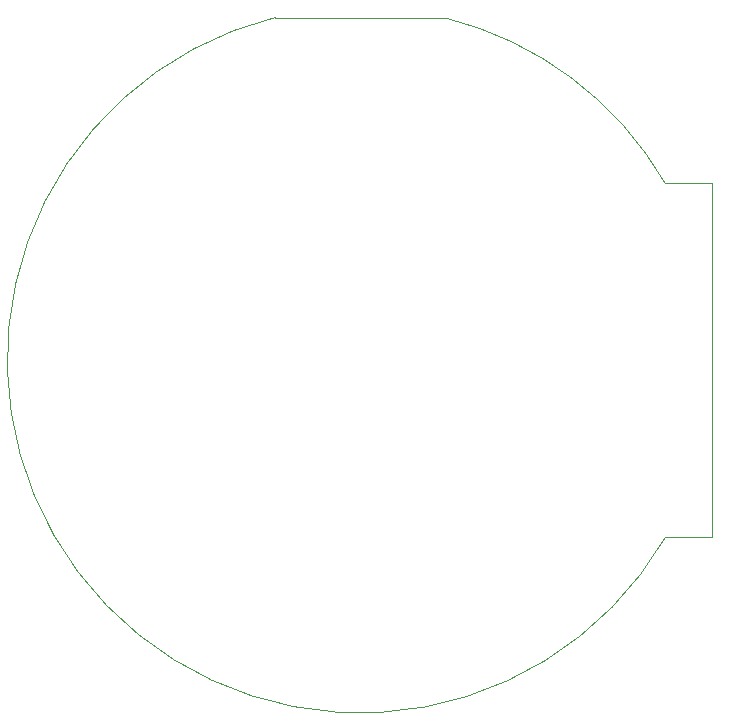
<source format=gbr>
%TF.GenerationSoftware,KiCad,Pcbnew,8.0.1*%
%TF.CreationDate,2024-05-30T22:25:26-04:00*%
%TF.ProjectId,esp32s3,65737033-3273-4332-9e6b-696361645f70,rev?*%
%TF.SameCoordinates,Original*%
%TF.FileFunction,Profile,NP*%
%FSLAX46Y46*%
G04 Gerber Fmt 4.6, Leading zero omitted, Abs format (unit mm)*
G04 Created by KiCad (PCBNEW 8.0.1) date 2024-05-30 22:25:26*
%MOMM*%
%LPD*%
G01*
G04 APERTURE LIST*
%TA.AperFunction,Profile*%
%ADD10C,0.050000*%
%TD*%
G04 APERTURE END LIST*
D10*
X155832389Y-87018830D02*
G75*
G02*
X122800000Y-43000002I-25832389J15018402D01*
G01*
X159800000Y-57000000D02*
X155800000Y-57000000D01*
X159800000Y-87000000D02*
X155832390Y-87018830D01*
X159800000Y-72000000D02*
X159800000Y-87000000D01*
X159800000Y-72000000D02*
X159800000Y-57000000D01*
X130000000Y-43000000D02*
X122800000Y-43000000D01*
X137191120Y-43035750D02*
G75*
G02*
X155800000Y-57000000I-7191120J-28964250D01*
G01*
X130000000Y-43000000D02*
X137191120Y-43035750D01*
M02*

</source>
